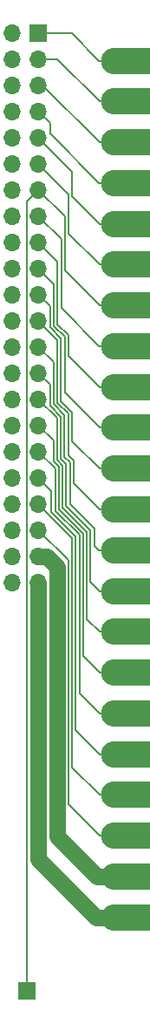
<source format=gbr>
%TF.GenerationSoftware,KiCad,Pcbnew,7.0.11*%
%TF.CreationDate,2025-08-02T11:26:45+02:00*%
%TF.ProjectId,pal-2-kim-adapter,70616c2d-322d-46b6-996d-2d6164617074,rev?*%
%TF.SameCoordinates,Original*%
%TF.FileFunction,Copper,L1,Top*%
%TF.FilePolarity,Positive*%
%FSLAX46Y46*%
G04 Gerber Fmt 4.6, Leading zero omitted, Abs format (unit mm)*
G04 Created by KiCad (PCBNEW 7.0.11) date 2025-08-02 11:26:45*
%MOMM*%
%LPD*%
G01*
G04 APERTURE LIST*
G04 Aperture macros list*
%AMFreePoly0*
4,1,22,-1.270000,3.180000,1.270000,3.180000,1.270000,-1.910000,1.254364,-2.108672,1.198732,-2.329454,1.104571,-2.536755,0.974909,-2.723912,0.813912,-2.884909,0.626755,-3.014571,0.419454,-3.108732,0.198672,-3.164364,0.000000,-3.180000,-0.198672,-3.164364,-0.419454,-3.108732,-0.626755,-3.014571,-0.813912,-2.884909,-0.974909,-2.723912,-1.104571,-2.536755,-1.198732,-2.329454,-1.254364,-2.108672,
-1.270000,-1.910000,-1.270000,3.180000,-1.270000,3.180000,$1*%
G04 Aperture macros list end*
%TA.AperFunction,ComponentPad*%
%ADD10R,1.700000X1.700000*%
%TD*%
%TA.AperFunction,ComponentPad*%
%ADD11O,1.700000X1.700000*%
%TD*%
%TA.AperFunction,ConnectorPad*%
%ADD12FreePoly0,270.000000*%
%TD*%
%TA.AperFunction,Conductor*%
%ADD13C,0.160000*%
%TD*%
%TA.AperFunction,Conductor*%
%ADD14C,1.600000*%
%TD*%
G04 APERTURE END LIST*
D10*
%TO.P,J1,1,SYNC*%
%TO.N,Net-(J1-SYNC)*%
X151650000Y-54450000D03*
D11*
%TO.P,J1,2,~{RDY}*%
%TO.N,Net-(J1-~{RDY})*%
X151650000Y-56990000D03*
%TO.P,J1,3,\u00D81*%
%TO.N,Net-(J1-\u00D81)*%
X151650000Y-59530000D03*
%TO.P,J1,4,~{IRQ}*%
%TO.N,Net-(J1-~{IRQ})*%
X151650000Y-62070000D03*
%TO.P,J1,5,R0*%
%TO.N,Net-(J1-R0)*%
X151650000Y-64610000D03*
%TO.P,J1,6,~{NMI}*%
%TO.N,Net-(J1-~{NMI})*%
X151650000Y-67150000D03*
%TO.P,J1,7,~{RES}*%
%TO.N,Net-(J1-~{RES})*%
X151650000Y-69690000D03*
%TO.P,J1,8,D7*%
%TO.N,Net-(J1-D7)*%
X151650000Y-72230000D03*
%TO.P,J1,9,D6*%
%TO.N,Net-(J1-D6)*%
X151650000Y-74770000D03*
%TO.P,J1,10,D5*%
%TO.N,Net-(J1-D5)*%
X151650000Y-77310000D03*
%TO.P,J1,11,D4*%
%TO.N,Net-(J1-D4)*%
X151650000Y-79850000D03*
%TO.P,J1,12,D3*%
%TO.N,Net-(J1-D3)*%
X151650000Y-82390000D03*
%TO.P,J1,13,D2*%
%TO.N,Net-(J1-D2)*%
X151650000Y-84930000D03*
%TO.P,J1,14,D1*%
%TO.N,Net-(J1-D1)*%
X151650000Y-87470000D03*
%TO.P,J1,15,D0*%
%TO.N,Net-(J1-D0)*%
X151650000Y-90010000D03*
%TO.P,J1,16,K6*%
%TO.N,Net-(J1-K6)*%
X151650000Y-92550000D03*
%TO.P,J1,17,SST*%
%TO.N,Net-(J1-SST)*%
X151650000Y-95090000D03*
%TO.P,J1,18,N.C.*%
%TO.N,Net-(J1-N.C.-Pad18)*%
X151650000Y-97630000D03*
%TO.P,J1,19,N.C.*%
%TO.N,Net-(J1-N.C.-Pad19)*%
X151650000Y-100170000D03*
%TO.P,J1,20,N.C.*%
%TO.N,Net-(J1-N.C.-Pad20)*%
X151650000Y-102710000D03*
%TO.P,J1,21,+5V*%
%TO.N,Net-(J1-+5V)*%
X151650000Y-105250000D03*
%TO.P,J1,22,GND*%
%TO.N,Net-(J1-GND)*%
X151650000Y-107790000D03*
%TO.P,J1,A,A0*%
%TO.N,Net-(J1-A0)*%
X149110000Y-54450000D03*
%TO.P,J1,B,A1*%
%TO.N,Net-(J1-A1)*%
X149110000Y-56990000D03*
%TO.P,J1,C,A2*%
%TO.N,Net-(J1-A2)*%
X149110000Y-59530000D03*
%TO.P,J1,D,A3*%
%TO.N,Net-(J1-A3)*%
X149110000Y-62070000D03*
%TO.P,J1,E,A4*%
%TO.N,Net-(J1-A4)*%
X149110000Y-64610000D03*
%TO.P,J1,F,A5*%
%TO.N,Net-(J1-A5)*%
X149110000Y-67150000D03*
%TO.P,J1,H,A6*%
%TO.N,Net-(J1-A6)*%
X149110000Y-69690000D03*
%TO.P,J1,J,A7*%
%TO.N,Net-(J1-A7)*%
X149110000Y-72230000D03*
%TO.P,J1,K,A8*%
%TO.N,Net-(J1-A8)*%
X149110000Y-74770000D03*
%TO.P,J1,L,A9*%
%TO.N,Net-(J1-A9)*%
X149110000Y-77310000D03*
%TO.P,J1,M,A10*%
%TO.N,Net-(J1-A10)*%
X149110000Y-79850000D03*
%TO.P,J1,N,A11*%
%TO.N,Net-(J1-A11)*%
X149110000Y-82390000D03*
%TO.P,J1,P,A12*%
%TO.N,Net-(J1-A12)*%
X149110000Y-84930000D03*
%TO.P,J1,R,A13*%
%TO.N,Net-(J1-A13)*%
X149110000Y-87470000D03*
%TO.P,J1,S,A14*%
%TO.N,Net-(J1-A14)*%
X149110000Y-90010000D03*
%TO.P,J1,T,A15*%
%TO.N,Net-(J1-A15)*%
X149110000Y-92550000D03*
%TO.P,J1,U,\u00D82*%
%TO.N,Net-(J1-\u00D82)*%
X149110000Y-95090000D03*
%TO.P,J1,V,R/~{W}*%
%TO.N,Net-(J1-R{slash}~{W})*%
X149110000Y-97630000D03*
%TO.P,J1,W,~{R}/W*%
%TO.N,Net-(J1-~{R}{slash}W)*%
X149110000Y-100170000D03*
%TO.P,J1,X,PLL*%
%TO.N,Net-(J1-PLL)*%
X149110000Y-102710000D03*
%TO.P,J1,Y,~{\u00D82}*%
%TO.N,Net-(J1-~{\u00D82})*%
X149110000Y-105250000D03*
%TO.P,J1,Z,RAMRW*%
%TO.N,Net-(J1-RAMRW)*%
X149110000Y-107790000D03*
%TD*%
D10*
%TO.P,J3,1,Pin_1*%
%TO.N,Net-(J1-~{RES})*%
X150520000Y-147435000D03*
%TD*%
D12*
%TO.P,J2,1,SYNC*%
%TO.N,Net-(J1-SYNC)*%
X160990000Y-57140000D03*
%TO.P,J2,2,~{RDY}*%
%TO.N,Net-(J1-~{RDY})*%
X160990000Y-61100000D03*
%TO.P,J2,3,\u00D81*%
%TO.N,Net-(J1-\u00D81)*%
X160990000Y-65060000D03*
%TO.P,J2,4,~{IRQ}*%
%TO.N,Net-(J1-~{IRQ})*%
X160990000Y-69020000D03*
%TO.P,J2,5,R0*%
%TO.N,Net-(J1-R0)*%
X160990000Y-72980000D03*
%TO.P,J2,6,~{NMI}*%
%TO.N,Net-(J1-~{NMI})*%
X160990000Y-76940000D03*
%TO.P,J2,7,~{RES}*%
%TO.N,Net-(J1-~{RES})*%
X160990000Y-80900000D03*
%TO.P,J2,8,D7*%
%TO.N,Net-(J1-D7)*%
X160990000Y-84860000D03*
%TO.P,J2,9,D6*%
%TO.N,Net-(J1-D6)*%
X160990000Y-88820000D03*
%TO.P,J2,10,D5*%
%TO.N,Net-(J1-D5)*%
X160990000Y-92780000D03*
%TO.P,J2,11,D4*%
%TO.N,Net-(J1-D4)*%
X160990000Y-96740000D03*
%TO.P,J2,12,D3*%
%TO.N,Net-(J1-D3)*%
X160990000Y-100700000D03*
%TO.P,J2,13,D2*%
%TO.N,Net-(J1-D2)*%
X160990000Y-104660000D03*
%TO.P,J2,14,D1*%
%TO.N,Net-(J1-D1)*%
X160990000Y-108620000D03*
%TO.P,J2,15,D0*%
%TO.N,Net-(J1-D0)*%
X160990000Y-112580000D03*
%TO.P,J2,16,K6*%
%TO.N,Net-(J1-K6)*%
X160990000Y-116540000D03*
%TO.P,J2,17,SST*%
%TO.N,Net-(J1-SST)*%
X160990000Y-120500000D03*
%TO.P,J2,18,N.C.*%
%TO.N,Net-(J1-N.C.-Pad18)*%
X160990000Y-124460000D03*
%TO.P,J2,19,N.C.*%
%TO.N,Net-(J1-N.C.-Pad19)*%
X160990000Y-128420000D03*
%TO.P,J2,20,N.C.*%
%TO.N,Net-(J1-N.C.-Pad20)*%
X160990000Y-132380000D03*
%TO.P,J2,21,+5V*%
%TO.N,Net-(J1-+5V)*%
X160990000Y-136340000D03*
%TO.P,J2,22,GND*%
%TO.N,Net-(J1-GND)*%
X160990000Y-140300000D03*
%TD*%
D13*
%TO.N,Net-(J1-SYNC)*%
X160990000Y-57140000D02*
X157590000Y-57140000D01*
X157590000Y-57140000D02*
X154900000Y-54450000D01*
X154900000Y-54450000D02*
X151650000Y-54450000D01*
%TO.N,Net-(J1-~{RDY})*%
X153510000Y-56990000D02*
X151650000Y-56990000D01*
X157620000Y-61100000D02*
X153510000Y-56990000D01*
X160990000Y-61100000D02*
X157620000Y-61100000D01*
%TO.N,Net-(J1-\u00D81)*%
X152090000Y-59530000D02*
X151650000Y-59530000D01*
X160990000Y-65060000D02*
X157620000Y-65060000D01*
X157620000Y-65060000D02*
X152090000Y-59530000D01*
%TO.N,Net-(J1-~{IRQ})*%
X152780000Y-64230000D02*
X152780000Y-63200000D01*
X160990000Y-69020000D02*
X157570000Y-69020000D01*
X152780000Y-63200000D02*
X151650000Y-62070000D01*
X157570000Y-69020000D02*
X152780000Y-64230000D01*
%TO.N,Net-(J1-R0)*%
X157610000Y-72980000D02*
X154970000Y-70340000D01*
X154970000Y-67930000D02*
X151650000Y-64610000D01*
X154970000Y-70340000D02*
X154970000Y-67930000D01*
X160990000Y-72980000D02*
X157610000Y-72980000D01*
%TO.N,Net-(J1-~{NMI})*%
X157610000Y-76940000D02*
X154610000Y-73940000D01*
X154610000Y-70110000D02*
X151650000Y-67150000D01*
X160990000Y-76940000D02*
X157610000Y-76940000D01*
X154610000Y-73940000D02*
X154610000Y-70110000D01*
%TO.N,Net-(J1-~{RES})*%
X160990000Y-80900000D02*
X157630000Y-80900000D01*
X154250000Y-72290000D02*
X151650000Y-69690000D01*
X157630000Y-80900000D02*
X154250000Y-77520000D01*
X150520000Y-70820000D02*
X151650000Y-69690000D01*
X154250000Y-77520000D02*
X154250000Y-72290000D01*
X150520000Y-147435000D02*
X150520000Y-70820000D01*
%TO.N,Net-(J1-D7)*%
X160990000Y-84860000D02*
X157600000Y-84860000D01*
X153890000Y-81150000D02*
X153890000Y-74470000D01*
X153890000Y-74470000D02*
X151650000Y-72230000D01*
X157600000Y-84860000D02*
X153890000Y-81150000D01*
%TO.N,Net-(J1-D6)*%
X153530000Y-82740000D02*
X153530000Y-76650000D01*
X157620000Y-88820000D02*
X154580000Y-85780000D01*
X160990000Y-88820000D02*
X157620000Y-88820000D01*
X154580000Y-83790000D02*
X153530000Y-82740000D01*
X153530000Y-76650000D02*
X151650000Y-74770000D01*
X154580000Y-85780000D02*
X154580000Y-83790000D01*
%TO.N,Net-(J1-D5)*%
X153170000Y-78830000D02*
X151650000Y-77310000D01*
X153170000Y-82890000D02*
X153170000Y-78830000D01*
X154220000Y-83940000D02*
X153170000Y-82890000D01*
X154220000Y-89380000D02*
X154220000Y-83940000D01*
X160990000Y-92780000D02*
X157620000Y-92780000D01*
X157620000Y-92780000D02*
X154220000Y-89380000D01*
%TO.N,Net-(J1-D4)*%
X152810000Y-81010000D02*
X151650000Y-79850000D01*
X154943232Y-94063232D02*
X154943232Y-91266768D01*
X160990000Y-96740000D02*
X157620000Y-96740000D01*
X153860000Y-90183536D02*
X153860000Y-84090000D01*
X152810000Y-83040000D02*
X152810000Y-81010000D01*
X153860000Y-84090000D02*
X152810000Y-83040000D01*
X154943232Y-91266768D02*
X153860000Y-90183536D01*
X157620000Y-96740000D02*
X154943232Y-94063232D01*
%TO.N,Net-(J1-D3)*%
X157620000Y-100700000D02*
X155100000Y-98180000D01*
X154560000Y-95440000D02*
X154560000Y-91392652D01*
X155100000Y-98180000D02*
X155100000Y-95980000D01*
X155100000Y-95980000D02*
X154560000Y-95440000D01*
X154560000Y-91392652D02*
X153500000Y-90332652D01*
X153500000Y-84240000D02*
X151650000Y-82390000D01*
X153500000Y-90332652D02*
X153500000Y-84240000D01*
X160990000Y-100700000D02*
X157620000Y-100700000D01*
%TO.N,Net-(J1-D2)*%
X157100000Y-104220000D02*
X157100000Y-102590000D01*
X157100000Y-102590000D02*
X154740000Y-100230000D01*
X154740000Y-100230000D02*
X154740000Y-96130000D01*
X154200000Y-95590000D02*
X154200000Y-91541768D01*
X157540000Y-104660000D02*
X157100000Y-104220000D01*
X160990000Y-104660000D02*
X157540000Y-104660000D01*
X153140000Y-86420000D02*
X151650000Y-84930000D01*
X154740000Y-96130000D02*
X154200000Y-95590000D01*
X154200000Y-91541768D02*
X153140000Y-90481768D01*
X153140000Y-90481768D02*
X153140000Y-86420000D01*
%TO.N,Net-(J1-D1)*%
X152780000Y-90630884D02*
X152780000Y-88600000D01*
X160990000Y-108620000D02*
X157610000Y-108620000D01*
X153840000Y-95750000D02*
X153840000Y-91690884D01*
X154380000Y-100380000D02*
X154380000Y-96290000D01*
X157610000Y-108620000D02*
X156740000Y-107750000D01*
X156740000Y-107750000D02*
X156740000Y-102740000D01*
X152780000Y-88600000D02*
X151650000Y-87470000D01*
X156740000Y-102740000D02*
X154380000Y-100380000D01*
X154380000Y-96290000D02*
X153840000Y-95750000D01*
X153840000Y-91690884D02*
X152780000Y-90630884D01*
%TO.N,Net-(J1-D0)*%
X153480000Y-95900000D02*
X153480000Y-91840000D01*
X154020000Y-100529116D02*
X154020000Y-96440000D01*
X154020000Y-96440000D02*
X153480000Y-95900000D01*
X156380000Y-102889116D02*
X154020000Y-100529116D01*
X156380000Y-111340000D02*
X156380000Y-102889116D01*
X160990000Y-112580000D02*
X157620000Y-112580000D01*
X157620000Y-112580000D02*
X156380000Y-111340000D01*
X153480000Y-91840000D02*
X151650000Y-90010000D01*
%TO.N,Net-(J1-K6)*%
X153120000Y-94020000D02*
X151650000Y-92550000D01*
X153120000Y-96050000D02*
X153120000Y-94020000D01*
X153660000Y-96590000D02*
X153120000Y-96050000D01*
X157630000Y-116540000D02*
X156020000Y-114930000D01*
X160990000Y-116540000D02*
X157630000Y-116540000D01*
X156020000Y-103038232D02*
X153660000Y-100678232D01*
X153660000Y-100678232D02*
X153660000Y-96590000D01*
X156020000Y-114930000D02*
X156020000Y-103038232D01*
%TO.N,Net-(J1-SST)*%
X155660000Y-118540000D02*
X155660000Y-103187348D01*
X153300000Y-100827348D02*
X153300000Y-96740000D01*
X155660000Y-103187348D02*
X153300000Y-100827348D01*
X153300000Y-96740000D02*
X151650000Y-95090000D01*
X157620000Y-120500000D02*
X155660000Y-118540000D01*
X160990000Y-120500000D02*
X157620000Y-120500000D01*
%TO.N,Net-(J1-N.C.-Pad18)*%
X155300000Y-103336464D02*
X152940000Y-100976464D01*
X152940000Y-100976464D02*
X152940000Y-98920000D01*
X152940000Y-98920000D02*
X151650000Y-97630000D01*
X160990000Y-124460000D02*
X157610000Y-124460000D01*
X155300000Y-122150000D02*
X155300000Y-103336464D01*
X157610000Y-124460000D02*
X155300000Y-122150000D01*
%TO.N,Net-(J1-N.C.-Pad19)*%
X154940000Y-103485580D02*
X151650000Y-100195580D01*
X157610000Y-128420000D02*
X154940000Y-125750000D01*
X151650000Y-100195580D02*
X151650000Y-100170000D01*
X154940000Y-125750000D02*
X154940000Y-103485580D01*
X160990000Y-128420000D02*
X157610000Y-128420000D01*
%TO.N,Net-(J1-N.C.-Pad20)*%
X157620000Y-132380000D02*
X154580000Y-129340000D01*
X154580000Y-129340000D02*
X154580000Y-105640000D01*
X160990000Y-132380000D02*
X157620000Y-132380000D01*
X154580000Y-105640000D02*
X151650000Y-102710000D01*
D14*
%TO.N,Net-(J1-+5V)*%
X157360000Y-136340000D02*
X153500000Y-132480000D01*
X152457953Y-105250000D02*
X151650000Y-105250000D01*
X160990000Y-136340000D02*
X157360000Y-136340000D01*
X153500000Y-132480000D02*
X153500000Y-106292047D01*
X153500000Y-106292047D02*
X152457953Y-105250000D01*
%TO.N,Net-(J1-GND)*%
X160990000Y-140300000D02*
X157270000Y-140300000D01*
X151650000Y-134680000D02*
X151650000Y-107790000D01*
X157270000Y-140300000D02*
X151650000Y-134680000D01*
%TD*%
M02*

</source>
